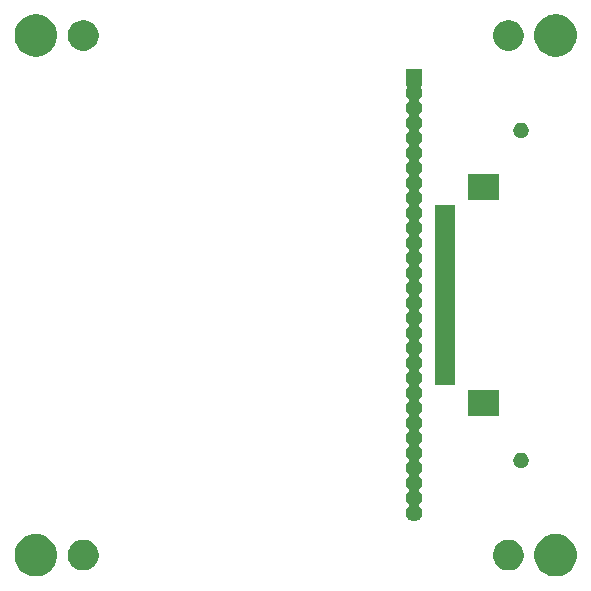
<source format=gbr>
G04 #@! TF.GenerationSoftware,KiCad,Pcbnew,5.1.2-f72e74a~84~ubuntu18.04.1*
G04 #@! TF.CreationDate,2019-07-12T15:09:15+09:00*
G04 #@! TF.ProjectId,top_pcb,746f705f-7063-4622-9e6b-696361645f70,rev?*
G04 #@! TF.SameCoordinates,Original*
G04 #@! TF.FileFunction,Soldermask,Bot*
G04 #@! TF.FilePolarity,Negative*
%FSLAX46Y46*%
G04 Gerber Fmt 4.6, Leading zero omitted, Abs format (unit mm)*
G04 Created by KiCad (PCBNEW 5.1.2-f72e74a~84~ubuntu18.04.1) date 2019-07-12 15:09:15*
%MOMM*%
%LPD*%
G04 APERTURE LIST*
%ADD10C,0.100000*%
G04 APERTURE END LIST*
D10*
G36*
X103351163Y-95234587D02*
G01*
X103525041Y-95269173D01*
X103852620Y-95404861D01*
X104147433Y-95601849D01*
X104398151Y-95852567D01*
X104595139Y-96147380D01*
X104730827Y-96474959D01*
X104800000Y-96822716D01*
X104800000Y-97177284D01*
X104730827Y-97525041D01*
X104595139Y-97852620D01*
X104398151Y-98147433D01*
X104147433Y-98398151D01*
X103852620Y-98595139D01*
X103525041Y-98730827D01*
X103351162Y-98765414D01*
X103177286Y-98800000D01*
X102822714Y-98800000D01*
X102648837Y-98765413D01*
X102474959Y-98730827D01*
X102147380Y-98595139D01*
X101852567Y-98398151D01*
X101601849Y-98147433D01*
X101404861Y-97852620D01*
X101269173Y-97525041D01*
X101200000Y-97177284D01*
X101200000Y-96822716D01*
X101269173Y-96474959D01*
X101404861Y-96147380D01*
X101601849Y-95852567D01*
X101852567Y-95601849D01*
X102147380Y-95404861D01*
X102474959Y-95269173D01*
X102648838Y-95234586D01*
X102822714Y-95200000D01*
X103177286Y-95200000D01*
X103351163Y-95234587D01*
X103351163Y-95234587D01*
G37*
G36*
X147351163Y-95234587D02*
G01*
X147525041Y-95269173D01*
X147852620Y-95404861D01*
X148147433Y-95601849D01*
X148398151Y-95852567D01*
X148595139Y-96147380D01*
X148730827Y-96474959D01*
X148800000Y-96822716D01*
X148800000Y-97177284D01*
X148730827Y-97525041D01*
X148595139Y-97852620D01*
X148398151Y-98147433D01*
X148147433Y-98398151D01*
X147852620Y-98595139D01*
X147525041Y-98730827D01*
X147351162Y-98765414D01*
X147177286Y-98800000D01*
X146822714Y-98800000D01*
X146648837Y-98765413D01*
X146474959Y-98730827D01*
X146147380Y-98595139D01*
X145852567Y-98398151D01*
X145601849Y-98147433D01*
X145404861Y-97852620D01*
X145269173Y-97525041D01*
X145200000Y-97177284D01*
X145200000Y-96822716D01*
X145269173Y-96474959D01*
X145404861Y-96147380D01*
X145601849Y-95852567D01*
X145852567Y-95601849D01*
X146147380Y-95404861D01*
X146474959Y-95269173D01*
X146648838Y-95234586D01*
X146822714Y-95200000D01*
X147177286Y-95200000D01*
X147351163Y-95234587D01*
X147351163Y-95234587D01*
G37*
G36*
X143253617Y-95724979D02*
G01*
X143379196Y-95749958D01*
X143615781Y-95847955D01*
X143828702Y-95990224D01*
X144009776Y-96171298D01*
X144152045Y-96384219D01*
X144250042Y-96620804D01*
X144300000Y-96871961D01*
X144300000Y-97128039D01*
X144250042Y-97379196D01*
X144152045Y-97615781D01*
X144009776Y-97828702D01*
X143828702Y-98009776D01*
X143615781Y-98152045D01*
X143379196Y-98250042D01*
X143128040Y-98300000D01*
X142871960Y-98300000D01*
X142746383Y-98275021D01*
X142620804Y-98250042D01*
X142384219Y-98152045D01*
X142171298Y-98009776D01*
X141990224Y-97828702D01*
X141847955Y-97615781D01*
X141749958Y-97379196D01*
X141700000Y-97128039D01*
X141700000Y-96871961D01*
X141749958Y-96620804D01*
X141847955Y-96384219D01*
X141990224Y-96171298D01*
X142171298Y-95990224D01*
X142384219Y-95847955D01*
X142620804Y-95749958D01*
X142746383Y-95724979D01*
X142871960Y-95700000D01*
X143128040Y-95700000D01*
X143253617Y-95724979D01*
X143253617Y-95724979D01*
G37*
G36*
X107253617Y-95724979D02*
G01*
X107379196Y-95749958D01*
X107615781Y-95847955D01*
X107828702Y-95990224D01*
X108009776Y-96171298D01*
X108152045Y-96384219D01*
X108250042Y-96620804D01*
X108300000Y-96871961D01*
X108300000Y-97128039D01*
X108250042Y-97379196D01*
X108152045Y-97615781D01*
X108009776Y-97828702D01*
X107828702Y-98009776D01*
X107615781Y-98152045D01*
X107379196Y-98250042D01*
X107128040Y-98300000D01*
X106871960Y-98300000D01*
X106746383Y-98275021D01*
X106620804Y-98250042D01*
X106384219Y-98152045D01*
X106171298Y-98009776D01*
X105990224Y-97828702D01*
X105847955Y-97615781D01*
X105749958Y-97379196D01*
X105700000Y-97128039D01*
X105700000Y-96871961D01*
X105749958Y-96620804D01*
X105847955Y-96384219D01*
X105990224Y-96171298D01*
X106171298Y-95990224D01*
X106384219Y-95847955D01*
X106620804Y-95749958D01*
X106746383Y-95724979D01*
X106871960Y-95700000D01*
X107128040Y-95700000D01*
X107253617Y-95724979D01*
X107253617Y-95724979D01*
G37*
G36*
X135700000Y-57285000D02*
G01*
X135697598Y-57285000D01*
X135673212Y-57287402D01*
X135649763Y-57294515D01*
X135628152Y-57306066D01*
X135609210Y-57321611D01*
X135593665Y-57340553D01*
X135582114Y-57362164D01*
X135575001Y-57385613D01*
X135572599Y-57409999D01*
X135575001Y-57434385D01*
X135587358Y-57468921D01*
X135649845Y-57585825D01*
X135689872Y-57717776D01*
X135703387Y-57855000D01*
X135689872Y-57992224D01*
X135649845Y-58124175D01*
X135584845Y-58245781D01*
X135497370Y-58352370D01*
X135447394Y-58393384D01*
X135430076Y-58410702D01*
X135416462Y-58431076D01*
X135407085Y-58453715D01*
X135402305Y-58477748D01*
X135402305Y-58502253D01*
X135407086Y-58526286D01*
X135416463Y-58548925D01*
X135430077Y-58569299D01*
X135447394Y-58586616D01*
X135497370Y-58627630D01*
X135584845Y-58734219D01*
X135649845Y-58855825D01*
X135689872Y-58987776D01*
X135703387Y-59125000D01*
X135689872Y-59262224D01*
X135649845Y-59394175D01*
X135584845Y-59515781D01*
X135497370Y-59622370D01*
X135447394Y-59663384D01*
X135430076Y-59680702D01*
X135416462Y-59701076D01*
X135407085Y-59723715D01*
X135402305Y-59747748D01*
X135402305Y-59772253D01*
X135407086Y-59796286D01*
X135416463Y-59818925D01*
X135430077Y-59839299D01*
X135447394Y-59856616D01*
X135497370Y-59897630D01*
X135584845Y-60004219D01*
X135649845Y-60125825D01*
X135689872Y-60257776D01*
X135703387Y-60395000D01*
X135689872Y-60532224D01*
X135649845Y-60664175D01*
X135584845Y-60785781D01*
X135497370Y-60892370D01*
X135447394Y-60933384D01*
X135430076Y-60950702D01*
X135416462Y-60971076D01*
X135407085Y-60993715D01*
X135402305Y-61017748D01*
X135402305Y-61042253D01*
X135407086Y-61066286D01*
X135416463Y-61088925D01*
X135430077Y-61109299D01*
X135447394Y-61126616D01*
X135497370Y-61167630D01*
X135584845Y-61274219D01*
X135649845Y-61395825D01*
X135689872Y-61527776D01*
X135703387Y-61665000D01*
X135689872Y-61802224D01*
X135649845Y-61934175D01*
X135584845Y-62055781D01*
X135497370Y-62162370D01*
X135447394Y-62203384D01*
X135430076Y-62220702D01*
X135416462Y-62241076D01*
X135407085Y-62263715D01*
X135402305Y-62287748D01*
X135402305Y-62312253D01*
X135407086Y-62336286D01*
X135416463Y-62358925D01*
X135430077Y-62379299D01*
X135447394Y-62396616D01*
X135497370Y-62437630D01*
X135584845Y-62544219D01*
X135649845Y-62665825D01*
X135689872Y-62797776D01*
X135703387Y-62935000D01*
X135689872Y-63072224D01*
X135649845Y-63204175D01*
X135584845Y-63325781D01*
X135497370Y-63432370D01*
X135447394Y-63473384D01*
X135430076Y-63490702D01*
X135416462Y-63511076D01*
X135407085Y-63533715D01*
X135402305Y-63557748D01*
X135402305Y-63582253D01*
X135407086Y-63606286D01*
X135416463Y-63628925D01*
X135430077Y-63649299D01*
X135447394Y-63666616D01*
X135497370Y-63707630D01*
X135584845Y-63814219D01*
X135649845Y-63935825D01*
X135689872Y-64067776D01*
X135703387Y-64205000D01*
X135689872Y-64342224D01*
X135649845Y-64474175D01*
X135584845Y-64595781D01*
X135497370Y-64702370D01*
X135447394Y-64743384D01*
X135430076Y-64760702D01*
X135416462Y-64781076D01*
X135407085Y-64803715D01*
X135402305Y-64827748D01*
X135402305Y-64852253D01*
X135407086Y-64876286D01*
X135416463Y-64898925D01*
X135430077Y-64919299D01*
X135447394Y-64936616D01*
X135497370Y-64977630D01*
X135584845Y-65084219D01*
X135649845Y-65205825D01*
X135689872Y-65337776D01*
X135703387Y-65475000D01*
X135689872Y-65612224D01*
X135649845Y-65744175D01*
X135584845Y-65865781D01*
X135497370Y-65972370D01*
X135447394Y-66013384D01*
X135430076Y-66030702D01*
X135416462Y-66051076D01*
X135407085Y-66073715D01*
X135402305Y-66097748D01*
X135402305Y-66122253D01*
X135407086Y-66146286D01*
X135416463Y-66168925D01*
X135430077Y-66189299D01*
X135447394Y-66206616D01*
X135497370Y-66247630D01*
X135584845Y-66354219D01*
X135649845Y-66475825D01*
X135689872Y-66607776D01*
X135703387Y-66745000D01*
X135689872Y-66882224D01*
X135649845Y-67014175D01*
X135584845Y-67135781D01*
X135497370Y-67242370D01*
X135447394Y-67283384D01*
X135430076Y-67300702D01*
X135416462Y-67321076D01*
X135407085Y-67343715D01*
X135402305Y-67367748D01*
X135402305Y-67392253D01*
X135407086Y-67416286D01*
X135416463Y-67438925D01*
X135430077Y-67459299D01*
X135447394Y-67476616D01*
X135497370Y-67517630D01*
X135584845Y-67624219D01*
X135649845Y-67745825D01*
X135689872Y-67877776D01*
X135703387Y-68015000D01*
X135689872Y-68152224D01*
X135649845Y-68284175D01*
X135584845Y-68405781D01*
X135497370Y-68512370D01*
X135447394Y-68553384D01*
X135430076Y-68570702D01*
X135416462Y-68591076D01*
X135407085Y-68613715D01*
X135402305Y-68637748D01*
X135402305Y-68662253D01*
X135407086Y-68686286D01*
X135416463Y-68708925D01*
X135430077Y-68729299D01*
X135447394Y-68746616D01*
X135497370Y-68787630D01*
X135584845Y-68894219D01*
X135649845Y-69015825D01*
X135689872Y-69147776D01*
X135703387Y-69285000D01*
X135689872Y-69422224D01*
X135649845Y-69554175D01*
X135584845Y-69675781D01*
X135497370Y-69782370D01*
X135447394Y-69823384D01*
X135430076Y-69840702D01*
X135416462Y-69861076D01*
X135407085Y-69883715D01*
X135402305Y-69907748D01*
X135402305Y-69932253D01*
X135407086Y-69956286D01*
X135416463Y-69978925D01*
X135430077Y-69999299D01*
X135447394Y-70016616D01*
X135497370Y-70057630D01*
X135584845Y-70164219D01*
X135649845Y-70285825D01*
X135689872Y-70417776D01*
X135703387Y-70555000D01*
X135689872Y-70692224D01*
X135649845Y-70824175D01*
X135584845Y-70945781D01*
X135497370Y-71052370D01*
X135447394Y-71093384D01*
X135430076Y-71110702D01*
X135416462Y-71131076D01*
X135407085Y-71153715D01*
X135402305Y-71177748D01*
X135402305Y-71202253D01*
X135407086Y-71226286D01*
X135416463Y-71248925D01*
X135430077Y-71269299D01*
X135447394Y-71286616D01*
X135497370Y-71327630D01*
X135584845Y-71434219D01*
X135649845Y-71555825D01*
X135689872Y-71687776D01*
X135703387Y-71825000D01*
X135689872Y-71962224D01*
X135649845Y-72094175D01*
X135584845Y-72215781D01*
X135497370Y-72322370D01*
X135447394Y-72363384D01*
X135430076Y-72380702D01*
X135416462Y-72401076D01*
X135407085Y-72423715D01*
X135402305Y-72447748D01*
X135402305Y-72472253D01*
X135407086Y-72496286D01*
X135416463Y-72518925D01*
X135430077Y-72539299D01*
X135447394Y-72556616D01*
X135497370Y-72597630D01*
X135584845Y-72704219D01*
X135649845Y-72825825D01*
X135689872Y-72957776D01*
X135703387Y-73095000D01*
X135689872Y-73232224D01*
X135649845Y-73364175D01*
X135584845Y-73485781D01*
X135497370Y-73592370D01*
X135447394Y-73633384D01*
X135430076Y-73650702D01*
X135416462Y-73671076D01*
X135407085Y-73693715D01*
X135402305Y-73717748D01*
X135402305Y-73742253D01*
X135407086Y-73766286D01*
X135416463Y-73788925D01*
X135430077Y-73809299D01*
X135447394Y-73826616D01*
X135497370Y-73867630D01*
X135584845Y-73974219D01*
X135649845Y-74095825D01*
X135689872Y-74227776D01*
X135703387Y-74365000D01*
X135689872Y-74502224D01*
X135649845Y-74634175D01*
X135584845Y-74755781D01*
X135497370Y-74862370D01*
X135447394Y-74903384D01*
X135430076Y-74920702D01*
X135416462Y-74941076D01*
X135407085Y-74963715D01*
X135402305Y-74987748D01*
X135402305Y-75012253D01*
X135407086Y-75036286D01*
X135416463Y-75058925D01*
X135430077Y-75079299D01*
X135447394Y-75096616D01*
X135497370Y-75137630D01*
X135584845Y-75244219D01*
X135649845Y-75365825D01*
X135689872Y-75497776D01*
X135703387Y-75635000D01*
X135689872Y-75772224D01*
X135649845Y-75904175D01*
X135584845Y-76025781D01*
X135497370Y-76132370D01*
X135447394Y-76173384D01*
X135430076Y-76190702D01*
X135416462Y-76211076D01*
X135407085Y-76233715D01*
X135402305Y-76257748D01*
X135402305Y-76282253D01*
X135407086Y-76306286D01*
X135416463Y-76328925D01*
X135430077Y-76349299D01*
X135447394Y-76366616D01*
X135497370Y-76407630D01*
X135584845Y-76514219D01*
X135649845Y-76635825D01*
X135689872Y-76767776D01*
X135703387Y-76905000D01*
X135689872Y-77042224D01*
X135649845Y-77174175D01*
X135584845Y-77295781D01*
X135497370Y-77402370D01*
X135447394Y-77443384D01*
X135430076Y-77460702D01*
X135416462Y-77481076D01*
X135407085Y-77503715D01*
X135402305Y-77527748D01*
X135402305Y-77552253D01*
X135407086Y-77576286D01*
X135416463Y-77598925D01*
X135430077Y-77619299D01*
X135447394Y-77636616D01*
X135497370Y-77677630D01*
X135584845Y-77784219D01*
X135649845Y-77905825D01*
X135689872Y-78037776D01*
X135703387Y-78175000D01*
X135689872Y-78312224D01*
X135649845Y-78444175D01*
X135584845Y-78565781D01*
X135497370Y-78672370D01*
X135447394Y-78713384D01*
X135430076Y-78730702D01*
X135416462Y-78751076D01*
X135407085Y-78773715D01*
X135402305Y-78797748D01*
X135402305Y-78822253D01*
X135407086Y-78846286D01*
X135416463Y-78868925D01*
X135430077Y-78889299D01*
X135447394Y-78906616D01*
X135497370Y-78947630D01*
X135584845Y-79054219D01*
X135649845Y-79175825D01*
X135689872Y-79307776D01*
X135703387Y-79445000D01*
X135689872Y-79582224D01*
X135649845Y-79714175D01*
X135584845Y-79835781D01*
X135497370Y-79942370D01*
X135447394Y-79983384D01*
X135430076Y-80000702D01*
X135416462Y-80021076D01*
X135407085Y-80043715D01*
X135402305Y-80067748D01*
X135402305Y-80092253D01*
X135407086Y-80116286D01*
X135416463Y-80138925D01*
X135430077Y-80159299D01*
X135447394Y-80176616D01*
X135497370Y-80217630D01*
X135584845Y-80324219D01*
X135649845Y-80445825D01*
X135689872Y-80577776D01*
X135703387Y-80715000D01*
X135689872Y-80852224D01*
X135649845Y-80984175D01*
X135584845Y-81105781D01*
X135497370Y-81212370D01*
X135447394Y-81253384D01*
X135430076Y-81270702D01*
X135416462Y-81291076D01*
X135407085Y-81313715D01*
X135402305Y-81337748D01*
X135402305Y-81362253D01*
X135407086Y-81386286D01*
X135416463Y-81408925D01*
X135430077Y-81429299D01*
X135447394Y-81446616D01*
X135497370Y-81487630D01*
X135584845Y-81594219D01*
X135649845Y-81715825D01*
X135689872Y-81847776D01*
X135703387Y-81985000D01*
X135689872Y-82122224D01*
X135649845Y-82254175D01*
X135584845Y-82375781D01*
X135497370Y-82482370D01*
X135447394Y-82523384D01*
X135430076Y-82540702D01*
X135416462Y-82561076D01*
X135407085Y-82583715D01*
X135402305Y-82607748D01*
X135402305Y-82632253D01*
X135407086Y-82656286D01*
X135416463Y-82678925D01*
X135430077Y-82699299D01*
X135447394Y-82716616D01*
X135497370Y-82757630D01*
X135584845Y-82864219D01*
X135649845Y-82985825D01*
X135689872Y-83117776D01*
X135703387Y-83255000D01*
X135689872Y-83392224D01*
X135649845Y-83524175D01*
X135584845Y-83645781D01*
X135497370Y-83752370D01*
X135447394Y-83793384D01*
X135430076Y-83810702D01*
X135416462Y-83831076D01*
X135407085Y-83853715D01*
X135402305Y-83877748D01*
X135402305Y-83902253D01*
X135407086Y-83926286D01*
X135416463Y-83948925D01*
X135430077Y-83969299D01*
X135447394Y-83986616D01*
X135497370Y-84027630D01*
X135584845Y-84134219D01*
X135649845Y-84255825D01*
X135689872Y-84387776D01*
X135703387Y-84525000D01*
X135689872Y-84662224D01*
X135649845Y-84794175D01*
X135584845Y-84915781D01*
X135497370Y-85022370D01*
X135447394Y-85063384D01*
X135430076Y-85080702D01*
X135416462Y-85101076D01*
X135407085Y-85123715D01*
X135402305Y-85147748D01*
X135402305Y-85172253D01*
X135407086Y-85196286D01*
X135416463Y-85218925D01*
X135430077Y-85239299D01*
X135447394Y-85256616D01*
X135497370Y-85297630D01*
X135584845Y-85404219D01*
X135649845Y-85525825D01*
X135689872Y-85657776D01*
X135703387Y-85795000D01*
X135689872Y-85932224D01*
X135649845Y-86064175D01*
X135584845Y-86185781D01*
X135497370Y-86292370D01*
X135447394Y-86333384D01*
X135430076Y-86350702D01*
X135416462Y-86371076D01*
X135407085Y-86393715D01*
X135402305Y-86417748D01*
X135402305Y-86442253D01*
X135407086Y-86466286D01*
X135416463Y-86488925D01*
X135430077Y-86509299D01*
X135447394Y-86526616D01*
X135497370Y-86567630D01*
X135584845Y-86674219D01*
X135649845Y-86795825D01*
X135689872Y-86927776D01*
X135703387Y-87065000D01*
X135689872Y-87202224D01*
X135649845Y-87334175D01*
X135584845Y-87455781D01*
X135497370Y-87562370D01*
X135447394Y-87603384D01*
X135430076Y-87620702D01*
X135416462Y-87641076D01*
X135407085Y-87663715D01*
X135402305Y-87687748D01*
X135402305Y-87712253D01*
X135407086Y-87736286D01*
X135416463Y-87758925D01*
X135430077Y-87779299D01*
X135447394Y-87796616D01*
X135497370Y-87837630D01*
X135584845Y-87944219D01*
X135649845Y-88065825D01*
X135689872Y-88197776D01*
X135703387Y-88335000D01*
X135689872Y-88472224D01*
X135649845Y-88604175D01*
X135584845Y-88725781D01*
X135497370Y-88832370D01*
X135447394Y-88873384D01*
X135430076Y-88890702D01*
X135416462Y-88911076D01*
X135407085Y-88933715D01*
X135402305Y-88957748D01*
X135402305Y-88982253D01*
X135407086Y-89006286D01*
X135416463Y-89028925D01*
X135430077Y-89049299D01*
X135447394Y-89066616D01*
X135497370Y-89107630D01*
X135584845Y-89214219D01*
X135649845Y-89335825D01*
X135689872Y-89467776D01*
X135703387Y-89605000D01*
X135689872Y-89742224D01*
X135649845Y-89874175D01*
X135584845Y-89995781D01*
X135497370Y-90102370D01*
X135447394Y-90143384D01*
X135430076Y-90160702D01*
X135416462Y-90181076D01*
X135407085Y-90203715D01*
X135402305Y-90227748D01*
X135402305Y-90252253D01*
X135407086Y-90276286D01*
X135416463Y-90298925D01*
X135430077Y-90319299D01*
X135447394Y-90336616D01*
X135497370Y-90377630D01*
X135584845Y-90484219D01*
X135649845Y-90605825D01*
X135689872Y-90737776D01*
X135703387Y-90875000D01*
X135689872Y-91012224D01*
X135649845Y-91144175D01*
X135584845Y-91265781D01*
X135497370Y-91372370D01*
X135447394Y-91413384D01*
X135430076Y-91430702D01*
X135416462Y-91451076D01*
X135407085Y-91473715D01*
X135402305Y-91497748D01*
X135402305Y-91522253D01*
X135407086Y-91546286D01*
X135416463Y-91568925D01*
X135430077Y-91589299D01*
X135447394Y-91606616D01*
X135497370Y-91647630D01*
X135584845Y-91754219D01*
X135649845Y-91875825D01*
X135689872Y-92007776D01*
X135703387Y-92145000D01*
X135689872Y-92282224D01*
X135649845Y-92414175D01*
X135584845Y-92535781D01*
X135497370Y-92642370D01*
X135447394Y-92683384D01*
X135430076Y-92700702D01*
X135416462Y-92721076D01*
X135407085Y-92743715D01*
X135402305Y-92767748D01*
X135402305Y-92792253D01*
X135407086Y-92816286D01*
X135416463Y-92838925D01*
X135430077Y-92859299D01*
X135447394Y-92876616D01*
X135497370Y-92917630D01*
X135584845Y-93024219D01*
X135649845Y-93145825D01*
X135689872Y-93277776D01*
X135703387Y-93415000D01*
X135689872Y-93552224D01*
X135649845Y-93684175D01*
X135584845Y-93805781D01*
X135497370Y-93912370D01*
X135390781Y-93999845D01*
X135269175Y-94064845D01*
X135137224Y-94104872D01*
X135034390Y-94115000D01*
X134965610Y-94115000D01*
X134862776Y-94104872D01*
X134730825Y-94064845D01*
X134609219Y-93999845D01*
X134502630Y-93912370D01*
X134415155Y-93805781D01*
X134350155Y-93684175D01*
X134310128Y-93552224D01*
X134296613Y-93415000D01*
X134310128Y-93277776D01*
X134350155Y-93145825D01*
X134415155Y-93024219D01*
X134502630Y-92917630D01*
X134552606Y-92876616D01*
X134569924Y-92859298D01*
X134583538Y-92838924D01*
X134592915Y-92816285D01*
X134597695Y-92792252D01*
X134597695Y-92767747D01*
X134592914Y-92743714D01*
X134583537Y-92721075D01*
X134569923Y-92700701D01*
X134552606Y-92683384D01*
X134502630Y-92642370D01*
X134415155Y-92535781D01*
X134350155Y-92414175D01*
X134310128Y-92282224D01*
X134296613Y-92145000D01*
X134310128Y-92007776D01*
X134350155Y-91875825D01*
X134415155Y-91754219D01*
X134502630Y-91647630D01*
X134552606Y-91606616D01*
X134569924Y-91589298D01*
X134583538Y-91568924D01*
X134592915Y-91546285D01*
X134597695Y-91522252D01*
X134597695Y-91497747D01*
X134592914Y-91473714D01*
X134583537Y-91451075D01*
X134569923Y-91430701D01*
X134552606Y-91413384D01*
X134502630Y-91372370D01*
X134415155Y-91265781D01*
X134350155Y-91144175D01*
X134310128Y-91012224D01*
X134296613Y-90875000D01*
X134310128Y-90737776D01*
X134350155Y-90605825D01*
X134415155Y-90484219D01*
X134502630Y-90377630D01*
X134552606Y-90336616D01*
X134569924Y-90319298D01*
X134583538Y-90298924D01*
X134592915Y-90276285D01*
X134597695Y-90252252D01*
X134597695Y-90227747D01*
X134592914Y-90203714D01*
X134583537Y-90181075D01*
X134569923Y-90160701D01*
X134552606Y-90143384D01*
X134502630Y-90102370D01*
X134415155Y-89995781D01*
X134350155Y-89874175D01*
X134310128Y-89742224D01*
X134296613Y-89605000D01*
X134310128Y-89467776D01*
X134350155Y-89335825D01*
X134415155Y-89214219D01*
X134502630Y-89107630D01*
X134552606Y-89066616D01*
X134569924Y-89049298D01*
X134583538Y-89028924D01*
X134592915Y-89006285D01*
X134597695Y-88982252D01*
X134597695Y-88957747D01*
X134592914Y-88933714D01*
X134583537Y-88911075D01*
X134569923Y-88890701D01*
X134552606Y-88873384D01*
X134502630Y-88832370D01*
X134415155Y-88725781D01*
X134350155Y-88604175D01*
X134310128Y-88472224D01*
X134296613Y-88335000D01*
X134310128Y-88197776D01*
X134350155Y-88065825D01*
X134415155Y-87944219D01*
X134502630Y-87837630D01*
X134552606Y-87796616D01*
X134569924Y-87779298D01*
X134583538Y-87758924D01*
X134592915Y-87736285D01*
X134597695Y-87712252D01*
X134597695Y-87687747D01*
X134592914Y-87663714D01*
X134583537Y-87641075D01*
X134569923Y-87620701D01*
X134552606Y-87603384D01*
X134502630Y-87562370D01*
X134415155Y-87455781D01*
X134350155Y-87334175D01*
X134310128Y-87202224D01*
X134296613Y-87065000D01*
X134310128Y-86927776D01*
X134350155Y-86795825D01*
X134415155Y-86674219D01*
X134502630Y-86567630D01*
X134552606Y-86526616D01*
X134569924Y-86509298D01*
X134583538Y-86488924D01*
X134592915Y-86466285D01*
X134597695Y-86442252D01*
X134597695Y-86417747D01*
X134592914Y-86393714D01*
X134583537Y-86371075D01*
X134569923Y-86350701D01*
X134552606Y-86333384D01*
X134502630Y-86292370D01*
X134415155Y-86185781D01*
X134350155Y-86064175D01*
X134310128Y-85932224D01*
X134296613Y-85795000D01*
X134310128Y-85657776D01*
X134350155Y-85525825D01*
X134415155Y-85404219D01*
X134502630Y-85297630D01*
X134552606Y-85256616D01*
X134569924Y-85239298D01*
X134583538Y-85218924D01*
X134592915Y-85196285D01*
X134597695Y-85172252D01*
X134597695Y-85147747D01*
X134592914Y-85123714D01*
X134583537Y-85101075D01*
X134569923Y-85080701D01*
X134552606Y-85063384D01*
X134502630Y-85022370D01*
X134415155Y-84915781D01*
X134350155Y-84794175D01*
X134310128Y-84662224D01*
X134296613Y-84525000D01*
X134310128Y-84387776D01*
X134350155Y-84255825D01*
X134415155Y-84134219D01*
X134502630Y-84027630D01*
X134552606Y-83986616D01*
X134569924Y-83969298D01*
X134583538Y-83948924D01*
X134592915Y-83926285D01*
X134597695Y-83902252D01*
X134597695Y-83877747D01*
X134592914Y-83853714D01*
X134583537Y-83831075D01*
X134569923Y-83810701D01*
X134552606Y-83793384D01*
X134502630Y-83752370D01*
X134415155Y-83645781D01*
X134350155Y-83524175D01*
X134310128Y-83392224D01*
X134296613Y-83255000D01*
X134310128Y-83117776D01*
X134350155Y-82985825D01*
X134415155Y-82864219D01*
X134502630Y-82757630D01*
X134552606Y-82716616D01*
X134569924Y-82699298D01*
X134583538Y-82678924D01*
X134592915Y-82656285D01*
X134597695Y-82632252D01*
X134597695Y-82607747D01*
X134592914Y-82583714D01*
X134583537Y-82561075D01*
X134569923Y-82540701D01*
X134552606Y-82523384D01*
X134502630Y-82482370D01*
X134415155Y-82375781D01*
X134350155Y-82254175D01*
X134310128Y-82122224D01*
X134296613Y-81985000D01*
X134310128Y-81847776D01*
X134350155Y-81715825D01*
X134415155Y-81594219D01*
X134502630Y-81487630D01*
X134552606Y-81446616D01*
X134569924Y-81429298D01*
X134583538Y-81408924D01*
X134592915Y-81386285D01*
X134597695Y-81362252D01*
X134597695Y-81337747D01*
X134592914Y-81313714D01*
X134583537Y-81291075D01*
X134569923Y-81270701D01*
X134552606Y-81253384D01*
X134502630Y-81212370D01*
X134415155Y-81105781D01*
X134350155Y-80984175D01*
X134310128Y-80852224D01*
X134296613Y-80715000D01*
X134310128Y-80577776D01*
X134350155Y-80445825D01*
X134415155Y-80324219D01*
X134502630Y-80217630D01*
X134552606Y-80176616D01*
X134569924Y-80159298D01*
X134583538Y-80138924D01*
X134592915Y-80116285D01*
X134597695Y-80092252D01*
X134597695Y-80067747D01*
X134592914Y-80043714D01*
X134583537Y-80021075D01*
X134569923Y-80000701D01*
X134552606Y-79983384D01*
X134502630Y-79942370D01*
X134415155Y-79835781D01*
X134350155Y-79714175D01*
X134310128Y-79582224D01*
X134296613Y-79445000D01*
X134310128Y-79307776D01*
X134350155Y-79175825D01*
X134415155Y-79054219D01*
X134502630Y-78947630D01*
X134552606Y-78906616D01*
X134569924Y-78889298D01*
X134583538Y-78868924D01*
X134592915Y-78846285D01*
X134597695Y-78822252D01*
X134597695Y-78797747D01*
X134592914Y-78773714D01*
X134583537Y-78751075D01*
X134569923Y-78730701D01*
X134552606Y-78713384D01*
X134502630Y-78672370D01*
X134415155Y-78565781D01*
X134350155Y-78444175D01*
X134310128Y-78312224D01*
X134296613Y-78175000D01*
X134310128Y-78037776D01*
X134350155Y-77905825D01*
X134415155Y-77784219D01*
X134502630Y-77677630D01*
X134552606Y-77636616D01*
X134569924Y-77619298D01*
X134583538Y-77598924D01*
X134592915Y-77576285D01*
X134597695Y-77552252D01*
X134597695Y-77527747D01*
X134592914Y-77503714D01*
X134583537Y-77481075D01*
X134569923Y-77460701D01*
X134552606Y-77443384D01*
X134502630Y-77402370D01*
X134415155Y-77295781D01*
X134350155Y-77174175D01*
X134310128Y-77042224D01*
X134296613Y-76905000D01*
X134310128Y-76767776D01*
X134350155Y-76635825D01*
X134415155Y-76514219D01*
X134502630Y-76407630D01*
X134552606Y-76366616D01*
X134569924Y-76349298D01*
X134583538Y-76328924D01*
X134592915Y-76306285D01*
X134597695Y-76282252D01*
X134597695Y-76257747D01*
X134592914Y-76233714D01*
X134583537Y-76211075D01*
X134569923Y-76190701D01*
X134552606Y-76173384D01*
X134502630Y-76132370D01*
X134415155Y-76025781D01*
X134350155Y-75904175D01*
X134310128Y-75772224D01*
X134296613Y-75635000D01*
X134310128Y-75497776D01*
X134350155Y-75365825D01*
X134415155Y-75244219D01*
X134502630Y-75137630D01*
X134552606Y-75096616D01*
X134569924Y-75079298D01*
X134583538Y-75058924D01*
X134592915Y-75036285D01*
X134597695Y-75012252D01*
X134597695Y-74987747D01*
X134592914Y-74963714D01*
X134583537Y-74941075D01*
X134569923Y-74920701D01*
X134552606Y-74903384D01*
X134502630Y-74862370D01*
X134415155Y-74755781D01*
X134350155Y-74634175D01*
X134310128Y-74502224D01*
X134296613Y-74365000D01*
X134310128Y-74227776D01*
X134350155Y-74095825D01*
X134415155Y-73974219D01*
X134502630Y-73867630D01*
X134552606Y-73826616D01*
X134569924Y-73809298D01*
X134583538Y-73788924D01*
X134592915Y-73766285D01*
X134597695Y-73742252D01*
X134597695Y-73717747D01*
X134592914Y-73693714D01*
X134583537Y-73671075D01*
X134569923Y-73650701D01*
X134552606Y-73633384D01*
X134502630Y-73592370D01*
X134415155Y-73485781D01*
X134350155Y-73364175D01*
X134310128Y-73232224D01*
X134296613Y-73095000D01*
X134310128Y-72957776D01*
X134350155Y-72825825D01*
X134415155Y-72704219D01*
X134502630Y-72597630D01*
X134552606Y-72556616D01*
X134569924Y-72539298D01*
X134583538Y-72518924D01*
X134592915Y-72496285D01*
X134597695Y-72472252D01*
X134597695Y-72447747D01*
X134592914Y-72423714D01*
X134583537Y-72401075D01*
X134569923Y-72380701D01*
X134552606Y-72363384D01*
X134502630Y-72322370D01*
X134415155Y-72215781D01*
X134350155Y-72094175D01*
X134310128Y-71962224D01*
X134296613Y-71825000D01*
X134310128Y-71687776D01*
X134350155Y-71555825D01*
X134415155Y-71434219D01*
X134502630Y-71327630D01*
X134552606Y-71286616D01*
X134569924Y-71269298D01*
X134583538Y-71248924D01*
X134592915Y-71226285D01*
X134597695Y-71202252D01*
X134597695Y-71177747D01*
X134592914Y-71153714D01*
X134583537Y-71131075D01*
X134569923Y-71110701D01*
X134552606Y-71093384D01*
X134502630Y-71052370D01*
X134415155Y-70945781D01*
X134350155Y-70824175D01*
X134310128Y-70692224D01*
X134296613Y-70555000D01*
X134310128Y-70417776D01*
X134350155Y-70285825D01*
X134415155Y-70164219D01*
X134502630Y-70057630D01*
X134552606Y-70016616D01*
X134569924Y-69999298D01*
X134583538Y-69978924D01*
X134592915Y-69956285D01*
X134597695Y-69932252D01*
X134597695Y-69907747D01*
X134592914Y-69883714D01*
X134583537Y-69861075D01*
X134569923Y-69840701D01*
X134552606Y-69823384D01*
X134502630Y-69782370D01*
X134415155Y-69675781D01*
X134350155Y-69554175D01*
X134310128Y-69422224D01*
X134296613Y-69285000D01*
X134310128Y-69147776D01*
X134350155Y-69015825D01*
X134415155Y-68894219D01*
X134502630Y-68787630D01*
X134552606Y-68746616D01*
X134569924Y-68729298D01*
X134583538Y-68708924D01*
X134592915Y-68686285D01*
X134597695Y-68662252D01*
X134597695Y-68637747D01*
X134592914Y-68613714D01*
X134583537Y-68591075D01*
X134569923Y-68570701D01*
X134552606Y-68553384D01*
X134502630Y-68512370D01*
X134415155Y-68405781D01*
X134350155Y-68284175D01*
X134310128Y-68152224D01*
X134296613Y-68015000D01*
X134310128Y-67877776D01*
X134350155Y-67745825D01*
X134415155Y-67624219D01*
X134502630Y-67517630D01*
X134552606Y-67476616D01*
X134569924Y-67459298D01*
X134583538Y-67438924D01*
X134592915Y-67416285D01*
X134597695Y-67392252D01*
X134597695Y-67367747D01*
X134592914Y-67343714D01*
X134583537Y-67321075D01*
X134569923Y-67300701D01*
X134552606Y-67283384D01*
X134502630Y-67242370D01*
X134415155Y-67135781D01*
X134350155Y-67014175D01*
X134310128Y-66882224D01*
X134296613Y-66745000D01*
X134310128Y-66607776D01*
X134350155Y-66475825D01*
X134415155Y-66354219D01*
X134502630Y-66247630D01*
X134552606Y-66206616D01*
X134569924Y-66189298D01*
X134583538Y-66168924D01*
X134592915Y-66146285D01*
X134597695Y-66122252D01*
X134597695Y-66097747D01*
X134592914Y-66073714D01*
X134583537Y-66051075D01*
X134569923Y-66030701D01*
X134552606Y-66013384D01*
X134502630Y-65972370D01*
X134415155Y-65865781D01*
X134350155Y-65744175D01*
X134310128Y-65612224D01*
X134296613Y-65475000D01*
X134310128Y-65337776D01*
X134350155Y-65205825D01*
X134415155Y-65084219D01*
X134502630Y-64977630D01*
X134552606Y-64936616D01*
X134569924Y-64919298D01*
X134583538Y-64898924D01*
X134592915Y-64876285D01*
X134597695Y-64852252D01*
X134597695Y-64827747D01*
X134592914Y-64803714D01*
X134583537Y-64781075D01*
X134569923Y-64760701D01*
X134552606Y-64743384D01*
X134502630Y-64702370D01*
X134415155Y-64595781D01*
X134350155Y-64474175D01*
X134310128Y-64342224D01*
X134296613Y-64205000D01*
X134310128Y-64067776D01*
X134350155Y-63935825D01*
X134415155Y-63814219D01*
X134502630Y-63707630D01*
X134552606Y-63666616D01*
X134569924Y-63649298D01*
X134583538Y-63628924D01*
X134592915Y-63606285D01*
X134597695Y-63582252D01*
X134597695Y-63557747D01*
X134592914Y-63533714D01*
X134583537Y-63511075D01*
X134569923Y-63490701D01*
X134552606Y-63473384D01*
X134502630Y-63432370D01*
X134415155Y-63325781D01*
X134350155Y-63204175D01*
X134310128Y-63072224D01*
X134296613Y-62935000D01*
X134310128Y-62797776D01*
X134350155Y-62665825D01*
X134415155Y-62544219D01*
X134502630Y-62437630D01*
X134552606Y-62396616D01*
X134569924Y-62379298D01*
X134583538Y-62358924D01*
X134592915Y-62336285D01*
X134597695Y-62312252D01*
X134597695Y-62287747D01*
X134592914Y-62263714D01*
X134583537Y-62241075D01*
X134569923Y-62220701D01*
X134552606Y-62203384D01*
X134502630Y-62162370D01*
X134415155Y-62055781D01*
X134350155Y-61934175D01*
X134310128Y-61802224D01*
X134296613Y-61665000D01*
X134310128Y-61527776D01*
X134350155Y-61395825D01*
X134415155Y-61274219D01*
X134502630Y-61167630D01*
X134552606Y-61126616D01*
X134569924Y-61109298D01*
X134583538Y-61088924D01*
X134592915Y-61066285D01*
X134597695Y-61042252D01*
X134597695Y-61017747D01*
X134592914Y-60993714D01*
X134583537Y-60971075D01*
X134569923Y-60950701D01*
X134552606Y-60933384D01*
X134502630Y-60892370D01*
X134415155Y-60785781D01*
X134350155Y-60664175D01*
X134310128Y-60532224D01*
X134296613Y-60395000D01*
X134310128Y-60257776D01*
X134350155Y-60125825D01*
X134415155Y-60004219D01*
X134502630Y-59897630D01*
X134552606Y-59856616D01*
X134569924Y-59839298D01*
X134583538Y-59818924D01*
X134592915Y-59796285D01*
X134597695Y-59772252D01*
X134597695Y-59747747D01*
X134592914Y-59723714D01*
X134583537Y-59701075D01*
X134569923Y-59680701D01*
X134552606Y-59663384D01*
X134502630Y-59622370D01*
X134415155Y-59515781D01*
X134350155Y-59394175D01*
X134310128Y-59262224D01*
X134296613Y-59125000D01*
X134310128Y-58987776D01*
X134350155Y-58855825D01*
X134415155Y-58734219D01*
X134502630Y-58627630D01*
X134552606Y-58586616D01*
X134569924Y-58569298D01*
X134583538Y-58548924D01*
X134592915Y-58526285D01*
X134597695Y-58502252D01*
X134597695Y-58477747D01*
X134592914Y-58453714D01*
X134583537Y-58431075D01*
X134569923Y-58410701D01*
X134552606Y-58393384D01*
X134502630Y-58352370D01*
X134415155Y-58245781D01*
X134350155Y-58124175D01*
X134310128Y-57992224D01*
X134296613Y-57855000D01*
X134310128Y-57717776D01*
X134350155Y-57585825D01*
X134412642Y-57468920D01*
X134422019Y-57446284D01*
X134426799Y-57422251D01*
X134426799Y-57397747D01*
X134422019Y-57373714D01*
X134412641Y-57351075D01*
X134399027Y-57330700D01*
X134381700Y-57313373D01*
X134361326Y-57299760D01*
X134338687Y-57290382D01*
X134302402Y-57285000D01*
X134300000Y-57285000D01*
X134300000Y-55885000D01*
X135700000Y-55885000D01*
X135700000Y-57285000D01*
X135700000Y-57285000D01*
G37*
G36*
X144213430Y-88335000D02*
G01*
X144263598Y-88344979D01*
X144312596Y-88365275D01*
X144381889Y-88393977D01*
X144381890Y-88393978D01*
X144488351Y-88465112D01*
X144578888Y-88555649D01*
X144611313Y-88604177D01*
X144650023Y-88662111D01*
X144699021Y-88780403D01*
X144724000Y-88905979D01*
X144724000Y-89034021D01*
X144699021Y-89159597D01*
X144650023Y-89277889D01*
X144650022Y-89277890D01*
X144578888Y-89384351D01*
X144488351Y-89474888D01*
X144417216Y-89522418D01*
X144381889Y-89546023D01*
X144312596Y-89574725D01*
X144263598Y-89595021D01*
X144221738Y-89603347D01*
X144138021Y-89620000D01*
X144009979Y-89620000D01*
X143926262Y-89603347D01*
X143884402Y-89595021D01*
X143835404Y-89574725D01*
X143766111Y-89546023D01*
X143730784Y-89522418D01*
X143659649Y-89474888D01*
X143569112Y-89384351D01*
X143497978Y-89277890D01*
X143497977Y-89277889D01*
X143448979Y-89159597D01*
X143424000Y-89034021D01*
X143424000Y-88905979D01*
X143448979Y-88780403D01*
X143497977Y-88662111D01*
X143536687Y-88604177D01*
X143569112Y-88555649D01*
X143659649Y-88465112D01*
X143766110Y-88393978D01*
X143766111Y-88393977D01*
X143835404Y-88365275D01*
X143884402Y-88344979D01*
X143934570Y-88335000D01*
X144009979Y-88320000D01*
X144138021Y-88320000D01*
X144213430Y-88335000D01*
X144213430Y-88335000D01*
G37*
G36*
X142200000Y-85250000D02*
G01*
X139600000Y-85250000D01*
X139600000Y-83050000D01*
X142200000Y-83050000D01*
X142200000Y-85250000D01*
X142200000Y-85250000D01*
G37*
G36*
X138500000Y-82600000D02*
G01*
X136800000Y-82600000D01*
X136800000Y-67400000D01*
X138500000Y-67400000D01*
X138500000Y-82600000D01*
X138500000Y-82600000D01*
G37*
G36*
X142200000Y-66950000D02*
G01*
X139600000Y-66950000D01*
X139600000Y-64750000D01*
X142200000Y-64750000D01*
X142200000Y-66950000D01*
X142200000Y-66950000D01*
G37*
G36*
X144213430Y-60395000D02*
G01*
X144263598Y-60404979D01*
X144312596Y-60425275D01*
X144381889Y-60453977D01*
X144381890Y-60453978D01*
X144488351Y-60525112D01*
X144578888Y-60615649D01*
X144611313Y-60664177D01*
X144650023Y-60722111D01*
X144699021Y-60840403D01*
X144724000Y-60965979D01*
X144724000Y-61094021D01*
X144699021Y-61219597D01*
X144650023Y-61337889D01*
X144650022Y-61337890D01*
X144578888Y-61444351D01*
X144488351Y-61534888D01*
X144417216Y-61582418D01*
X144381889Y-61606023D01*
X144312596Y-61634725D01*
X144263598Y-61655021D01*
X144221738Y-61663347D01*
X144138021Y-61680000D01*
X144009979Y-61680000D01*
X143926262Y-61663347D01*
X143884402Y-61655021D01*
X143835404Y-61634725D01*
X143766111Y-61606023D01*
X143730784Y-61582418D01*
X143659649Y-61534888D01*
X143569112Y-61444351D01*
X143497978Y-61337890D01*
X143497977Y-61337889D01*
X143448979Y-61219597D01*
X143424000Y-61094021D01*
X143424000Y-60965979D01*
X143448979Y-60840403D01*
X143497977Y-60722111D01*
X143536687Y-60664177D01*
X143569112Y-60615649D01*
X143659649Y-60525112D01*
X143766110Y-60453978D01*
X143766111Y-60453977D01*
X143835404Y-60425275D01*
X143884402Y-60404979D01*
X143934570Y-60395000D01*
X144009979Y-60380000D01*
X144138021Y-60380000D01*
X144213430Y-60395000D01*
X144213430Y-60395000D01*
G37*
G36*
X147351163Y-51234587D02*
G01*
X147525041Y-51269173D01*
X147852620Y-51404861D01*
X148147433Y-51601849D01*
X148398151Y-51852567D01*
X148595139Y-52147380D01*
X148730827Y-52474959D01*
X148800000Y-52822716D01*
X148800000Y-53177284D01*
X148730827Y-53525041D01*
X148595139Y-53852620D01*
X148398151Y-54147433D01*
X148147433Y-54398151D01*
X147852620Y-54595139D01*
X147525041Y-54730827D01*
X147351162Y-54765414D01*
X147177286Y-54800000D01*
X146822714Y-54800000D01*
X146648838Y-54765414D01*
X146474959Y-54730827D01*
X146147380Y-54595139D01*
X145852567Y-54398151D01*
X145601849Y-54147433D01*
X145404861Y-53852620D01*
X145269173Y-53525041D01*
X145200000Y-53177284D01*
X145200000Y-52822716D01*
X145269173Y-52474959D01*
X145404861Y-52147380D01*
X145601849Y-51852567D01*
X145852567Y-51601849D01*
X146147380Y-51404861D01*
X146474959Y-51269173D01*
X146648837Y-51234587D01*
X146822714Y-51200000D01*
X147177286Y-51200000D01*
X147351163Y-51234587D01*
X147351163Y-51234587D01*
G37*
G36*
X103351163Y-51234587D02*
G01*
X103525041Y-51269173D01*
X103852620Y-51404861D01*
X104147433Y-51601849D01*
X104398151Y-51852567D01*
X104595139Y-52147380D01*
X104730827Y-52474959D01*
X104800000Y-52822716D01*
X104800000Y-53177284D01*
X104730827Y-53525041D01*
X104595139Y-53852620D01*
X104398151Y-54147433D01*
X104147433Y-54398151D01*
X103852620Y-54595139D01*
X103525041Y-54730827D01*
X103351162Y-54765414D01*
X103177286Y-54800000D01*
X102822714Y-54800000D01*
X102648838Y-54765414D01*
X102474959Y-54730827D01*
X102147380Y-54595139D01*
X101852567Y-54398151D01*
X101601849Y-54147433D01*
X101404861Y-53852620D01*
X101269173Y-53525041D01*
X101200000Y-53177284D01*
X101200000Y-52822716D01*
X101269173Y-52474959D01*
X101404861Y-52147380D01*
X101601849Y-51852567D01*
X101852567Y-51601849D01*
X102147380Y-51404861D01*
X102474959Y-51269173D01*
X102648837Y-51234587D01*
X102822714Y-51200000D01*
X103177286Y-51200000D01*
X103351163Y-51234587D01*
X103351163Y-51234587D01*
G37*
G36*
X143379196Y-51749958D02*
G01*
X143615781Y-51847955D01*
X143828702Y-51990224D01*
X144009776Y-52171298D01*
X144152045Y-52384219D01*
X144250042Y-52620804D01*
X144300000Y-52871961D01*
X144300000Y-53128039D01*
X144250042Y-53379196D01*
X144152045Y-53615781D01*
X144009776Y-53828702D01*
X143828702Y-54009776D01*
X143615781Y-54152045D01*
X143379196Y-54250042D01*
X143128040Y-54300000D01*
X142871960Y-54300000D01*
X142620804Y-54250042D01*
X142384219Y-54152045D01*
X142171298Y-54009776D01*
X141990224Y-53828702D01*
X141847955Y-53615781D01*
X141749958Y-53379196D01*
X141700000Y-53128039D01*
X141700000Y-52871961D01*
X141749958Y-52620804D01*
X141847955Y-52384219D01*
X141990224Y-52171298D01*
X142171298Y-51990224D01*
X142384219Y-51847955D01*
X142620804Y-51749958D01*
X142871960Y-51700000D01*
X143128040Y-51700000D01*
X143379196Y-51749958D01*
X143379196Y-51749958D01*
G37*
G36*
X107379196Y-51749958D02*
G01*
X107615781Y-51847955D01*
X107828702Y-51990224D01*
X108009776Y-52171298D01*
X108152045Y-52384219D01*
X108250042Y-52620804D01*
X108300000Y-52871961D01*
X108300000Y-53128039D01*
X108250042Y-53379196D01*
X108152045Y-53615781D01*
X108009776Y-53828702D01*
X107828702Y-54009776D01*
X107615781Y-54152045D01*
X107379196Y-54250042D01*
X107128040Y-54300000D01*
X106871960Y-54300000D01*
X106620804Y-54250042D01*
X106384219Y-54152045D01*
X106171298Y-54009776D01*
X105990224Y-53828702D01*
X105847955Y-53615781D01*
X105749958Y-53379196D01*
X105700000Y-53128039D01*
X105700000Y-52871961D01*
X105749958Y-52620804D01*
X105847955Y-52384219D01*
X105990224Y-52171298D01*
X106171298Y-51990224D01*
X106384219Y-51847955D01*
X106620804Y-51749958D01*
X106871960Y-51700000D01*
X107128040Y-51700000D01*
X107379196Y-51749958D01*
X107379196Y-51749958D01*
G37*
M02*

</source>
